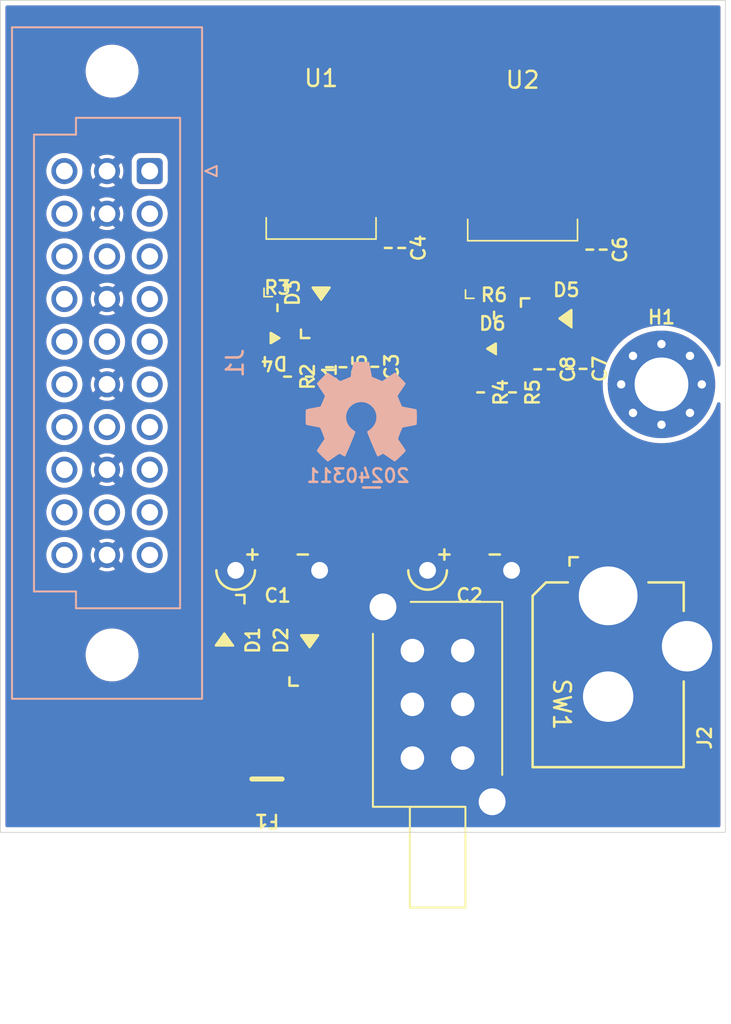
<source format=kicad_pcb>
(kicad_pcb (version 20221018) (generator pcbnew)
  (layers (0 "F.Cu" signal) (31 "B.Cu" signal) (34 "B.Paste" user) (35 "F.Paste" user) (36 "B.SilkS" user "B.Silkscreen") (37 "F.SilkS" user "F.Silkscreen") (38 "B.Mask" user) (39 "F.Mask" user) (44 "Edge.Cuts" user))
  (net 0 "")
  (net 1 "GND")
  (net 2 "/+aV")
  (net 3 "/+5V")
  (net 16 "/-aV")
  (net 17 "/xV")
  (net 26 "/DC1p")
  (net 27 "/DC1n")
  (net 28 "Net-(D4-A)")
  (net 29 "Net-(D6-K)")
  (net 30 "/AC1_PHASE")
  (net 31 "Net-(SW1-SW1_C1)")
  (net 32 "/AC_PHASE1_IN")
  (net 33 "/AC_NEUT_IN")
  (footprint "SquantorDiodes:SOD-323-nexperia-hand" (layer "F.Cu") (at 156 83.6 180)
    (fp_text reference "D4" (at 0 -1.5 180 unlocked) (layer "F.SilkS") (effects (font (size 0.8 0.8))))
    (fp_text value "D")
    (fp_poly (pts (xy -0.3 0) (xy 0.2 -0.3) (xy 0.2 0.3)) (stroke (width 0.15)) (fill solid) (layer "F.SilkS"))
    (pad "1" smd roundrect (at -1.05 0 180) (size 0.8 0.8) (layers "F.Cu" "F.Paste" "F.Mask") (roundrect_rratio 0.2) (net 2 "/+aV"))
    (pad "2" smd roundrect (at 1.05 0 180) (size 0.8 0.8) (layers "F.Cu" "F.Paste" "F.Mask") (roundrect_rratio 0.2) (net 28 "Net-(D4-A)"))
  )
  (footprint "SquantorIC:TO-252_D-PAK_IRF" (layer "F.Cu") (at 158.8 72.6375)
    (fp_text reference "U1" (at 0 -4.5 unlocked) (layer "F.SilkS"))
    (fp_text value "LM317")
    (fp_line (start -3.4 8) (end -3.4 8.5) (stroke (width 0.1)) (layer "F.SilkS"))
    (fp_line (start -3.4 8.5) (end -2.9 8.5) (stroke (width 0.1)) (layer "F.SilkS"))
    (fp_line (start -3.27 5.07) (end -3.27 3.8) (stroke (width 0.1)) (layer "F.SilkS"))
    (fp_line (start 3.27 5.07) (end -3.27 5.07) (stroke (width 0.1)) (layer "F.SilkS"))
    (fp_line (start 3.27 5.07) (end 3.27 3.8) (stroke (width 0.1)) (layer "F.SilkS"))
    (pad "1" smd roundrect (at -2.3 6.9) (size 1.5 2.5) (layers "F.Cu" "F.Paste" "F.Mask") (roundrect_rratio 0.1) (net 28 "Net-(D4-A)"))
    (pad "2" smd roundrect (at 0 0) (size 7 7) (layers "F.Cu" "F.Paste" "F.Mask") (roundrect_rratio 0.02857142857) (net 2 "/+aV"))
    (pad "3" smd roundrect (at 2.3 6.9) (size 1.5 2.5) (layers "F.Cu" "F.Paste" "F.Mask") (roundrect_rratio 0.1) (net 26 "/DC1p"))
  )
  (footprint "SquantorResistor:R_0603_hand" (layer "F.Cu") (at 170.2 86.8375 -90)
    (fp_text reference "R5" (at 0 -1.2 -90) (layer "F.SilkS") (effects (font (size 0.8 0.8))))
    (fp_text value "R")
    (fp_line (start 0 -0.2) (end 0 0.2) (stroke (width 0.15)) (layer "F.SilkS"))
    (pad "1" smd roundrect (at -0.85 0 270) (size 0.7 0.9) (layers "F.Cu" "F.Paste" "F.Mask") (roundrect_rratio 0.1428571429) (net 29 "Net-(D6-K)"))
    (pad "2" smd roundrect (at 0.85 0 270) (size 0.7 0.9) (layers "F.Cu" "F.Paste" "F.Mask") (roundrect_rratio 0.1428571429) (net 1 "GND"))
  )
  (footprint "SquantorResistor:R_0603_hand" (layer "F.Cu") (at 168.3 86.8375 -90)
    (fp_text reference "R4" (at 0 -1.2 -90) (layer "F.SilkS") (effects (font (size 0.8 0.8))))
    (fp_text value "R")
    (fp_line (start 0 -0.2) (end 0 0.2) (stroke (width 0.15)) (layer "F.SilkS"))
    (pad "1" smd roundrect (at -0.85 0 270) (size 0.7 0.9) (layers "F.Cu" "F.Paste" "F.Mask") (roundrect_rratio 0.1428571429) (net 29 "Net-(D6-K)"))
    (pad "2" smd roundrect (at 0.85 0 270) (size 0.7 0.9) (layers "F.Cu" "F.Paste" "F.Mask") (roundrect_rratio 0.1428571429) (net 1 "GND"))
  )
  (footprint "SquantorResistor:R_0603_hand" (layer "F.Cu") (at 156.2 81.8)
    (fp_text reference "R3" (at 0 -1.2) (layer "F.SilkS") (effects (font (size 0.8 0.8))))
    (fp_text value "240")
    (fp_line (start 0 -0.2) (end 0 0.2) (stroke (width 0.15)) (layer "F.SilkS"))
    (pad "1" smd roundrect (at -0.85 0) (size 0.7 0.9) (layers "F.Cu" "F.Paste" "F.Mask") (roundrect_rratio 0.1428571429) (net 28 "Net-(D4-A)"))
    (pad "2" smd roundrect (at 0.85 0) (size 0.7 0.9) (layers "F.Cu" "F.Paste" "F.Mask") (roundrect_rratio 0.1428571429) (net 2 "/+aV"))
  )
  (footprint "SquantorConnectors:BarrelJack_Horizontal_Holed" (layer "F.Cu") (at 175.895 98.95 90)
    (fp_text reference "J2" (at -8.45 5.75 90) (layer "F.SilkS") (effects (font (size 0.8 0.8))))
    (fp_text value "Jack-DC")
    (fp_line (start -10.2 -4.5) (end 0 -4.5) (stroke (width 0.15)) (layer "F.SilkS"))
    (fp_line (start -10.2 4.5) (end -10.2 -4.5) (stroke (width 0.15)) (layer "F.SilkS"))
    (fp_line (start -5.1 4.5) (end -10.2 4.5) (stroke (width 0.15)) (layer "F.SilkS"))
    (fp_line (start 0 -4.5) (end 0.8 -3.7) (stroke (width 0.15)) (layer "F.SilkS"))
    (fp_line (start 0.8 -3.7) (end 0.8 -2.4) (stroke (width 0.15)) (layer "F.SilkS"))
    (fp_line (start 0.8 2.4) (end 0.8 4.5) (stroke (width 0.15)) (layer "F.SilkS"))
    (fp_line (start 0.8 4.5) (end -0.9 4.5) (stroke (width 0.15)) (layer "F.SilkS"))
    (fp_line (start 2.3 -2.3) (end 1.8 -2.3) (stroke (width 0.15)) (layer "F.SilkS"))
    (fp_line (start 2.3 -2.3) (end 2.3 -1.8) (stroke (width 0.15)) (layer "F.SilkS"))
    (pad "1" thru_hole rect (at 0 0 90) (size 4 4) (drill 3.5) (layers "*.Cu" "*.Mask") (net 32 "/AC_PHASE1_IN"))
    (pad "2" thru_hole roundrect (at -6 0 90) (size 3.54 3.5) (drill 3) (layers "*.Cu" "*.Mask") (net 33 "/AC_NEUT_IN"))
    (pad "3" thru_hole roundrect (at -3 4.7 90) (size 3.5 3.5) (drill 3) (layers "*.Cu" "*.Mask"))
  )
  (footprint "SquantorCapacitor:C-050-100-elco-lying" (layer "F.Cu") (at 156.21 97.4325)
    (fp_text reference "C1" (at 0 1.5 unlocked) (layer "F.SilkS") (effects (font (size 0.8 0.8))))
    (fp_text value "100uF")
    (fp_text user "-" (at 1.5 -1 unlocked) (layer "F.SilkS") (effects (font (size 0.8 0.8))))
    (fp_text user "+" (at -1.5 -1 unlocked) (layer "F.SilkS") (effects (font (size 0.8 0.8))))
    (fp_arc (start -1.35 0) (mid -2.5 1.15) (end -3.65 0) (stroke (width 0.15)) (layer "F.SilkS"))
    (pad "1" thru_hole circle (at -2.5 0) (size 1.5 1.5) (drill 1) (layers "*.Cu" "*.Mask") (net 26 "/DC1p"))
    (pad "2" thru_hole circle (at 2.5 0) (size 1.5 1.5) (drill 1) (layers "*.Cu" "*.Mask") (net 1 "GND"))
  )
  (footprint "SquantorResistor:R_0603_hand" (layer "F.Cu") (at 156.8 85.9 -90)
    (fp_text reference "R2" (at 0 -1.2 -90) (layer "F.SilkS") (effects (font (size 0.8 0.8))))
    (fp_text value "R")
    (fp_line (start 0 -0.2) (end 0 0.2) (stroke (width 0.15)) (layer "F.SilkS"))
    (pad "1" smd roundrect (at -0.85 0 270) (size 0.7 0.9) (layers "F.Cu" "F.Paste" "F.Mask") (roundrect_rratio 0.1428571429) (net 28 "Net-(D4-A)"))
    (pad "2" smd roundrect (at 0.85 0 270) (size 0.7 0.9) (layers "F.Cu" "F.Paste" "F.Mask") (roundrect_rratio 0.1428571429) (net 1 "GND"))
  )
  (footprint "SquantorDiodes:SOD-123F-hand" (layer "F.Cu") (at 158.8 80.9 90)
    (fp_text reference "D3" (at 0 -1.7 90) (layer "F.SilkS") (effects (font (size 0.8 0.8))))
    (fp_text value "D")
    (fp_line (start -2.7 -1.2) (end -2.7 -0.7) (stroke (width 0.15)) (layer "F.SilkS"))
    (fp_line (start -2.7 -1.2) (end -2.2 -1.2) (stroke (width 0.15)) (layer "F.SilkS"))
    (fp_poly (pts (xy 0.3 0.5) (xy 0.3 -0.5) (xy -0.4 0)) (stroke (width 0.15)) (fill solid) (layer "F.SilkS"))
    (pad "1" smd roundrect (at -1.58 0 90) (size 1.64 1.8) (layers "F.Cu" "F.Paste" "F.Mask") (roundrect_rratio 0.2) (net 26 "/DC1p"))
    (pad "2" smd roundrect (at 1.58 0 90) (size 1.64 1.8) (layers "F.Cu" "F.Paste" "F.Mask") (roundrect_rratio 0.2) (net 2 "/+aV"))
  )
  (footprint "SquantorResistor:R_0603_hand" (layer "F.Cu") (at 169.1 82.2375)
    (fp_text reference "R6" (at 0 -1.2) (layer "F.SilkS") (effects (font (size 0.8 0.8))))
    (fp_text value "240")
    (fp_line (start 0 -0.2) (end 0 0.2) (stroke (width 0.15)) (layer "F.SilkS"))
    (pad "1" smd roundrect (at -0.85 0) (size 0.7 0.9) (layers "F.Cu" "F.Paste" "F.Mask") (roundrect_rratio 0.1428571429) (net 29 "Net-(D6-K)"))
    (pad "2" smd roundrect (at 0.85 0) (size 0.7 0.9) (layers "F.Cu" "F.Paste" "F.Mask") (roundrect_rratio 0.1428571429) (net 16 "/-aV"))
  )
  (footprint "SquantorRcl:F_1812-bourns" (layer "F.Cu") (at 155.575 109.855 180)
    (fp_text reference "F1" (at 0 -2.5 180 unlocked) (layer "F.SilkS") (effects (font (size 0.8 0.8))))
    (fp_text value "Fuse")
    (fp_line (start -0.9 0) (end 0.9 0) (stroke (width 0.3)) (layer "F.SilkS"))
    (pad "1" smd roundrect (at -2.1 0 180) (size 1.5 3.2) (layers "F.Cu" "F.Paste" "F.Mask") (roundrect_rratio 0.2) (net 31 "Net-(SW1-SW1_C1)"))
    (pad "2" smd roundrect (at 2.1 0 180) (size 1.5 3.2) (layers "F.Cu" "F.Paste" "F.Mask") (roundrect_rratio 0.2) (net 1 "GND"))
  )
  (footprint "SquantorCapacitor:C_0805+0603" (layer "F.Cu") (at 172.1 85.4625 -90)
    (fp_text reference "C8" (at 0 -1.4 90) (layer "F.SilkS") (effects (font (size 0.8 0.8))))
    (fp_text value "10u")
    (fp_line (start 0 -0.6) (end 0 -0.2) (stroke (width 0.15)) (layer "F.SilkS"))
    (fp_line (start 0 0.6) (end 0 0.2) (stroke (width 0.15)) (layer "F.SilkS"))
    (pad "1" smd roundrect (at -0.925 0 270) (size 1.15 1.35) (layers "F.Cu" "F.Paste" "F.Mask") (roundrect_rratio 0.2) (net 29 "Net-(D6-K)"))
    (pad "2" smd roundrect (at 0.925 0 270) (size 1.15 1.35) (layers "F.Cu" "F.Paste" "F.Mask") (roundrect_rratio 0.2) (net 1 "GND"))
  )
  (footprint "SquantorCapacitor:C_0805+0603" (layer "F.Cu") (at 174 85.4375 -90)
    (fp_text reference "C7" (at 0 -1.4 90) (layer "F.SilkS") (effects (font (size 0.8 0.8))))
    (fp_text value "1u")
    (fp_line (start 0 -0.6) (end 0 -0.2) (stroke (width 0.15)) (layer "F.SilkS"))
    (fp_line (start 0 0.6) (end 0 0.2) (stroke (width 0.15)) (layer "F.SilkS"))
    (pad "1" smd roundrect (at -0.925 0 270) (size 1.15 1.35) (layers "F.Cu" "F.Paste" "F.Mask") (roundrect_rratio 0.2) (net 16 "/-aV"))
    (pad "2" smd roundrect (at 0.925 0 270) (size 1.15 1.35) (layers "F.Cu" "F.Paste" "F.Mask") (roundrect_rratio 0.2) (net 1 "GND"))
  )
  (footprint "SquantorCapacitor:C_0805+0603" (layer "F.Cu") (at 161.6 85.3125 -90)
    (fp_text reference "C3" (at 0 -1.4 90) (layer "F.SilkS") (effects (font (size 0.8 0.8))))
    (fp_text value "1u")
    (fp_line (start 0 -0.6) (end 0 -0.2) (stroke (width 0.15)) (layer "F.SilkS"))
    (fp_line (start 0 0.6) (end 0 0.2) (stroke (width 0.15)) (layer "F.SilkS"))
    (pad "1" smd roundrect (at -0.925 0 270) (size 1.15 1.35) (layers "F.Cu" "F.Paste" "F.Mask") (roundrect_rratio 0.2) (net 26 "/DC1p"))
    (pad "2" smd roundrect (at 0.925 0 270) (size 1.15 1.35) (layers "F.Cu" "F.Paste" "F.Mask") (roundrect_rratio 0.2) (net 1 "GND"))
  )
  (footprint "SquantorResistor:R_0603_hand" (layer "F.Cu") (at 158.1 85.9 -90)
    (fp_text reference "R1" (at 0 -1.2 -90) (layer "F.SilkS") (effects (font (size 0.8 0.8))))
    (fp_text value "R")
    (fp_line (start 0 -0.2) (end 0 0.2) (stroke (width 0.15)) (layer "F.SilkS"))
    (pad "1" smd roundrect (at -0.85 0 270) (size 0.7 0.9) (layers "F.Cu" "F.Paste" "F.Mask") (roundrect_rratio 0.1428571429) (net 28 "Net-(D4-A)"))
    (pad "2" smd roundrect (at 0.85 0 270) (size 0.7 0.9) (layers "F.Cu" "F.Paste" "F.Mask") (roundrect_rratio 0.1428571429) (net 1 "GND"))
  )
  (footprint "SquantorCapacitor:C-050-100-elco-lying" (layer "F.Cu") (at 167.64 97.4325)
    (fp_text reference "C2" (at 0 1.5 unlocked) (layer "F.SilkS") (effects (font (size 0.8 0.8))))
    (fp_text value "100uF")
    (fp_text user "-" (at 1.5 -1 unlocked) (layer "F.SilkS") (effects (font (size 0.8 0.8))))
    (fp_text user "+" (at -1.5 -1 unlocked) (layer "F.SilkS") (effects (font (size 0.8 0.8))))
    (fp_arc (start -1.35 0) (mid -2.5 1.15) (end -3.65 0) (stroke (width 0.15)) (layer "F.SilkS"))
    (pad "1" thru_hole circle (at -2.5 0) (size 1.5 1.5) (drill 1) (layers "*.Cu" "*.Mask") (net 1 "GND"))
    (pad "2" thru_hole circle (at 2.5 0) (size 1.5 1.5) (drill 1) (layers "*.Cu" "*.Mask") (net 27 "/DC1n"))
  )
  (footprint "SquantorCapacitor:C_0805+0603" (layer "F.Cu") (at 159.7 85.3375 -90)
    (fp_text reference "C5" (at 0 -1.4 90) (layer "F.SilkS") (effects (font (size 0.8 0.8))))
    (fp_text value "10u")
    (fp_line (start 0 -0.6) (end 0 -0.2) (stroke (width 0.15)) (layer "F.SilkS"))
    (fp_line (start 0 0.6) (end 0 0.2) (stroke (width 0.15)) (layer "F.SilkS"))
    (pad "1" smd roundrect (at -0.925 0 270) (size 1.15 1.35) (layers "F.Cu" "F.Paste" "F.Mask") (roundrect_rratio 0.2) (net 28 "Net-(D4-A)"))
    (pad "2" smd roundrect (at 0.925 0 270) (size 1.15 1.35) (layers "F.Cu" "F.Paste" "F.Mask") (roundrect_rratio 0.2) (net 1 "GND"))
  )
  (footprint "SquantorDiodes:SOD-123F-hand" (layer "F.Cu") (at 173.4 82.4375)
    (fp_text reference "D5" (at 0 -1.7) (layer "F.SilkS") (effects (font (size 0.8 0.8))))
    (fp_text value "D")
    (fp_line (start -2.7 -1.2) (end -2.7 -0.7) (stroke (width 0.15)) (layer "F.SilkS"))
    (fp_line (start -2.7 -1.2) (end -2.2 -1.2) (stroke (width 0.15)) (layer "F.SilkS"))
    (fp_poly (pts (xy 0.3 0.5) (xy 0.3 -0.5) (xy -0.4 0)) (stroke (width 0.15)) (fill solid) (layer "F.SilkS"))
    (pad "1" smd roundrect (at -1.58 0) (size 1.64 1.8) (layers "F.Cu" "F.Paste" "F.Mask") (roundrect_rratio 0.2) (net 16 "/-aV"))
    (pad "2" smd roundrect (at 1.58 0) (size 1.64 1.8) (layers "F.Cu" "F.Paste" "F.Mask") (roundrect_rratio 0.2) (net 27 "/DC1n"))
  )
  (footprint "SquantorCapacitor:C_0805+0603" (layer "F.Cu") (at 175.2 78.3375 -90)
    (fp_text reference "C6" (at 0 -1.4 90) (layer "F.SilkS") (effects (font (size 0.8 0.8))))
    (fp_text value "1u")
    (fp_line (start 0 -0.6) (end 0 -0.2) (stroke (width 0.15)) (layer "F.SilkS"))
    (fp_line (start 0 0.6) (end 0 0.2) (stroke (width 0.15)) (layer "F.SilkS"))
    (pad "1" smd roundrect (at -0.925 0 270) (size 1.15 1.35) (layers "F.Cu" "F.Paste" "F.Mask") (roundrect_rratio 0.2) (net 27 "/DC1n"))
    (pad "2" smd roundrect (at 0.925 0 270) (size 1.15 1.35) (layers "F.Cu" "F.Paste" "F.Mask") (roundrect_rratio 0.2) (net 1 "GND"))
  )
  (footprint "SquantorSwitches:PS-22F02" (layer "F.Cu") (at 165.735 105.41 -90)
    (fp_text reference "SW1" (at 0 -7.4 -90 unlocked) (layer "F.SilkS"))
    (fp_text value "switch_DPDT")
    (fp_line (start -6.1 1.6) (end -6.1 -3.85) (stroke (width 0.12)) (layer "F.SilkS"))
    (fp_line (start -4.2 3.85) (end 6.1 3.85) (stroke (width 0.12)) (layer "F.SilkS"))
    (fp_line (start 4.2 -3.85) (end -6.1 -3.85) (stroke (width 0.12)) (layer "F.SilkS"))
    (fp_line (start 6.1 -1.6) (end 6.1 3.85) (stroke (width 0.12)) (layer "F.SilkS"))
    (fp_rect (start 6.1 1.65) (end 12.1 -1.66) (stroke (width 0.12)) (fill none) (layer "F.SilkS"))
    (pad "1" thru_hole rect (at -3.2 -1.5 270) (size 2 2) (drill 1.4) (layers "*.Cu" "*.Mask"))
    (pad "2" thru_hole circle (at 0 -1.5 270) (size 2 2) (drill 1.4) (layers "*.Cu" "*.Mask") (net 31 "Net-(SW1-SW1_C1)"))
    (pad "3" thru_hole circle (at 3.2 -1.5 270) (size 2 2) (drill 1.4) (layers "*.Cu" "*.Mask") (net 33 "/AC_NEUT_IN"))
    (pad "4" thru_hole circle (at 3.2 1.5 270) (size 2 2) (drill 1.4) (layers "*.Cu" "*.Mask") (net 32 "/AC_PHASE1_IN"))
    (pad "5" thru_hole circle (at 0 1.5 270) (size 2 2) (drill 1.4) (layers "*.Cu" "*.Mask") (net 30 "/AC1_PHASE"))
    (pad "6" thru_hole circle (at -3.2 1.5 270) (size 2 2) (drill 1.4) (layers "*.Cu" "*.Mask"))
    (pad "S" thru_hole circle (at -5.8 3.25 270) (size 2.5 2.5) (drill 1.6) (layers "*.Cu" "*.Mask"))
    (pad "S" thru_hole circle (at 5.8 -3.25 270) (size 2.5 2.5) (drill 1.6) (layers "*.Cu" "*.Mask"))
  )
  (footprint "SquantorDiodes:SOD-323-nexperia-hand" (layer "F.Cu") (at 169 84.2375)
    (fp_text reference "D6" (at 0 -1.5 unlocked) (layer "F.SilkS") (effects (font (size 0.8 0.8))))
    (fp_text value "D")
    (fp_poly (pts (xy -0.3 0) (xy 0.2 -0.3) (xy 0.2 0.3)) (stroke (width 0.15)) (fill solid) (layer "F.SilkS"))
    (pad "1" smd roundrect (at -1.05 0) (size 0.8 0.8) (layers "F.Cu" "F.Paste" "F.Mask") (roundrect_rratio 0.2) (net 29 "Net-(D6-K)"))
    (pad "2" smd roundrect (at 1.05 0) (size 0.8 0.8) (layers "F.Cu" "F.Paste" "F.Mask") (roundrect_rratio 0.2) (net 16 "/-aV"))
  )
  (footprint "SquantorIC:TO-252_D-PAK_IRF" (layer "F.Cu") (at 170.8 72.7375)
    (fp_text reference "U2" (at 0 -4.5 unlocked) (layer "F.SilkS"))
    (fp_text value "LM337")
    (fp_line (start -3.4 8) (end -3.4 8.5) (stroke (width 0.1)) (layer "F.SilkS"))
    (fp_line (start -3.4 8.5) (end -2.9 8.5) (stroke (width 0.1)) (layer "F.SilkS"))
    (fp_line (start -3.27 5.07) (end -3.27 3.8) (stroke (width 0.1)) (layer "F.SilkS"))
    (fp_line (start 3.27 5.07) (end -3.27 5.07) (stroke (width 0.1)) (layer "F.SilkS"))
    (fp_line (start 3.27 5.07) (end 3.27 3.8) (stroke (width 0.1)) (layer "F.SilkS"))
    (pad "1" smd roundrect (at -2.3 6.9) (size 1.5 2.5) (layers "F.Cu" "F.Paste" "F.Mask") (roundrect_rratio 0.1) (net 29 "Net-(D6-K)"))
    (pad "2" smd roundrect (at 0 0) (size 7 7) (layers "F.Cu" "F.Paste" "F.Mask") (roundrect_rratio 0.02857142857) (net 27 "/DC1n"))
    (pad "3" smd roundrect (at 2.3 6.9) (size 1.5 2.5) (layers "F.Cu" "F.Paste" "F.Mask") (roundrect_rratio 0.1) (net 16 "/-aV"))
  )
  (footprint "SquantorPcbOutline:MountingHole_3.2mm_M3_Pad_Via" (layer "F.Cu") (at 179.07 86.36)
    (fp_text reference "H1" (at 0 -4) (layer "F.SilkS") (effects (font (size 0.8 0.8))))
    (fp_text value "MountingHole")
    (pad "1" thru_hole circle (at -2.4 0) (size 0.9 0.9) (drill 0.5) (layers "*.Cu" "*.Mask"))
    (pad "1" thru_hole circle (at -1.697056 -1.697056) (size 0.9 0.9) (drill 0.5) (layers "*.Cu" "*.Mask"))
    (pad "1" thru_hole circle (at -1.697056 1.697056) (size 0.9 0.9) (drill 0.5) (layers "*.Cu" "*.Mask"))
    (pad "1" thru_hole circle (at 0 -2.4) (size 0.9 0.9) (drill 0.5) (layers "*.Cu" "*.Mask"))
    (pad "1" thru_hole circle (at 0 0) (size 6.4 6.4) (drill 3.2) (layers "*.Cu" "*.Mask"))
    (pad "1" thru_hole circle (at 0 2.4) (size 0.9 0.9) (drill 0.5) (layers "*.Cu" "*.Mask"))
    (pad "1" thru_hole circle (at 1.697056 -1.697056) (size 0.9 0.9) (drill 0.5) (layers "*.Cu" "*.Mask"))
    (pad "1" thru_hole circle (at 1.697056 1.697056) (size 0.9 0.9) (drill 0.5) (layers "*.Cu" "*.Mask"))
    (pad "1" thru_hole circle (at 2.4 0) (size 0.9 0.9) (drill 0.5) (layers "*.Cu" "*.Mask"))
  )
  (footprint "SquantorDiodes:SOD-123F-hand" (layer "F.Cu") (at 153.035 101.6 -90)
    (fp_text reference "D1" (at 0 -1.7 90) (layer "F.SilkS") (effects (font (size 0.8 0.8))))
    (fp_text value "D")
    (fp_line (start -2.7 -1.2) (end -2.7 -0.7) (stroke (width 0.15)) (layer "F.SilkS"))
    (fp_line (start -2.7 -1.2) (end -2.2 -1.2) (stroke (width 0.15)) (layer "F.SilkS"))
    (fp_poly (pts (xy 0.3 0.5) (xy 0.3 -0.5) (xy -0.4 0)) (stroke (width 0.15)) (fill solid) (layer "F.SilkS"))
    (pad "1" smd roundrect (at -1.58 0 270) (size 1.64 1.8) (layers "F.Cu" "F.Paste" "F.Mask") (roundrect_rratio 0.2) (net 26 "/DC1p"))
    (pad "2" smd roundrect (at 1.58 0 270) (size 1.64 1.8) (layers "F.Cu" "F.Paste" "F.Mask") (roundrect_rratio 0.2) (net 30 "/AC1_PHASE"))
  )
  (footprint "SquantorCapacitor:C_0805+0603" (layer "F.Cu") (at 163.2 78.2375 -90)
    (fp_text reference "C4" (at 0 -1.4 90) (layer "F.SilkS") (effects (font (size 0.8 0.8))))
    (fp_text value "1u")
    (fp_line (start 0 -0.6) (end 0 -0.2) (stroke (width 0.15)) (layer "F.SilkS"))
    (fp_line (start 0 0.6) (end 0 0.2) (stroke (width 0.15)) (layer "F.SilkS"))
    (pad "1" smd roundrect (at -0.925 0 270) (size 1.15 1.35) (layers "F.Cu" "F.Paste" "F.Mask") (roundrect_rratio 0.2) (net 2 "/+aV"))
    (pad "2" smd roundrect (at 0.925 0 270) (size 1.15 1.35) (layers "F.Cu" "F.Paste" "F.Mask") (roundrect_rratio 0.2) (net 1 "GND"))
  )
  (footprint "SquantorDiodes:SOD-123F-hand" (layer "F.Cu") (at 158.115 101.6 90)
    (fp_text reference "D2" (at 0 -1.7 90) (layer "F.SilkS") (effects (font (size 0.8 0.8))))
    (fp_text value "D")
    (fp_line (start -2.7 -1.2) (end -2.7 -0.7) (stroke (width 0.15)) (layer "F.SilkS"))
    (fp_line (start -2.7 -1.2) (end -2.2 -1.2) (stroke (width 0.15)) (layer "F.SilkS"))
    (fp_poly (pts (xy 0.3 0.5) (xy 0.3 -0.5) (xy -0.4 0)) (stroke (width 0.15)) (fill solid) (layer "F.SilkS"))
    (pad "1" smd roundrect (at -1.58 0 90) (size 1.64 1.8) (layers "F.Cu" "F.Paste" "F.Mask") (roundrect_rratio 0.2) (net 30 "/AC1_PHASE"))
    (pad "2" smd roundrect (at 1.58 0 90) (size 1.64 1.8) (layers "F.Cu" "F.Paste" "F.Mask") (roundrect_rratio 0.2) (net 27 "/DC1n"))
  )
  (footprint "SquantorLabels:Label_Generic" (layer "B.Cu") (at 161.8 91.9 180)
    (fp_text reference "N1" hide)
    (fp_text value "20240311" (at 0.8 0.1) (layer "B.SilkS") (effects (font (size 0.8 0.8)) (justify mirror)))
    (fp_line (start -0.5 -0.6) (end 0.5 -0.6) (stroke (width 0.15)) (layer "B.SilkS"))
  )
  (footprint "Symbol:OSHW-Symbol_6.7x6mm_SilkScreen" (layer "B.Cu") (at 161.2 88 180)
    (fp_text reference "N2" hide)
    (fp_text value "OHWLOGO" hide)
    (fp_poly (pts (xy 0.555814 2.531069) (xy 0.639635 2.086445) (xy 0.94892 1.958947) (xy 1.258206 1.831449) (xy 1.629246 2.083754) (xy 1.733157 2.154004) (xy 1.827087 2.216728) (xy 1.906652 2.269062) (xy 1.96747 2.308143) (xy 2.005157 2.331107) (xy 2.015421 2.336058) (xy 2.03391 2.323324) (xy 2.07342 2.288118) (xy 2.129522 2.234938) (xy 2.197787 2.168282) (xy 2.273786 2.092646) (xy 2.353092 2.012528) (xy 2.431275 1.932426) (xy 2.503907 1.856836) (xy 2.566559 1.790255) (xy 2.614803 1.737182) (xy 2.64421 1.702113) (xy 2.651241 1.690377) (xy 2.641123 1.66874) (xy 2.612759 1.621338) (xy 2.569129 1.552807) (xy 2.513218 1.467785) (xy 2.448006 1.370907) (xy 2.410219 1.31565) (xy 2.341343 1.214752) (xy 2.28014 1.123701) (xy 2.229578 1.04703) (xy 2.192628 0.989272) (xy 2.172258 0.954957) (xy 2.169197 0.947746) (xy 2.176136 0.927252) (xy 2.195051 0.879487) (xy 2.223087 0.811168) (xy 2.257391 0.729011) (xy 2.295109 0.63973) (xy 2.333387 0.550042) (xy 2.36937 0.466662) (xy 2.400206 0.396306) (xy 2.423039 0.34569) (xy 2.435017 0.321529) (xy 2.435724 0.320578) (xy 2.454531 0.315964) (xy 2.504618 0.305672) (xy 2.580793 0.290713) (xy 2.677865 0.272099) (xy 2.790643 0.250841) (xy 2.856442 0.238582) (xy 2.97695 0.215638) (xy 3.085797 0.193805) (xy 3.177476 0.174278) (xy 3.246481 0.158252) (xy 3.287304 0.146921) (xy 3.295511 0.143326) (xy 3.303548 0.118994) (xy 3.310033 0.064041) (xy 3.31497 -0.015108) (xy 3.318364 -0.112026) (xy 3.320218 -0.220287) (xy 3.320538 -0.333465) (xy 3.319327 -0.445135) (xy 3.31659 -0.548868) (xy 3.312331 -0.638241) (xy 3.306555 -0.706826) (xy 3.299267 -0.748197) (xy 3.294895 -0.75681) (xy 3.268764 -0.767133) (xy 3.213393 -0.781892) (xy 3.136107 -0.799352) (xy 3.04423 -0.81778) (xy 3.012158 -0.823741) (xy 2.857524 -0.852066) (xy 2.735375 -0.874876) (xy 2.641673 -0.89308) (xy 2.572384 -0.907583) (xy 2.523471 -0.919292) (xy 2.490897 -0.929115) (xy 2.470628 -0.937956) (xy 2.458626 -0.946724) (xy 2.456947 -0.948457) (xy 2.440184 -0.976371) (xy 2.414614 -1.030695) (xy 2.382788 -1.104777) (xy 2.34726 -1.191965) (xy 2.310583 -1.285608) (xy 2.275311 -1.379052) (xy 2.243996 -1.465647) (xy 2.219193 -1.53874) (xy 2.203454 -1.591678) (xy 2.199332 -1.617811) (xy 2.199676 -1.618726) (xy 2.213641 -1.640086) (xy 2.245322 -1.687084) (xy 2.291391 -1.754827) (xy 2.348518 -1.838423) (xy 2.413373 -1.932982) (xy 2.431843 -1.959854) (xy 2.497699 -2.057275) (xy 2.55565 -2.146163) (xy 2.602538 -2.221412) (xy 2.635207 -2.27792) (xy 2.6505 -2.310581) (xy 2.651241 -2.314593) (xy 2.638392 -2.335684) (xy 2.602888 -2.377464) (xy 2.549293 -2.435445) (xy 2.482171 -2.505135) (xy 2.406087 -2.582045) (xy 2.325604 -2.661683) (xy 2.245287 -2.739561) (xy 2.169699 -2.811186) (xy 2.103405 -2.87207) (xy 2.050969 -2.917721) (xy 2.016955 -2.94365) (xy 2.007545 -2.947883) (xy 1.985643 -2.937912) (xy 1.9408 -2.91102) (xy 1.880321 -2.871736) (xy 1.833789 -2.840117) (xy 1.749475 -2.782098) (xy 1.649626 -2.713784) (xy 1.549473 -2.645579) (xy 1.495627 -2.609075) (xy 1.313371 -2.4858) (xy 1.160381 -2.56852) (xy 1.090682 -2.604759) (xy 1.031414 -2.632926) (xy 0.991311 -2.648991) (xy 0.981103 -2.651226) (xy 0.968829 -2.634722) (xy 0.944613 -2.588082) (xy 0.910263 -2.515609) (xy 0.867588 -2.421606) (xy 0.818394 -2.310374) (xy 0.76449 -2.186215) (xy 0.707684 -2.053432) (xy 0.649782 -1.916327) (xy 0.592593 -1.779202) (xy 0.537924 -1.646358) (xy 0.487584 -1.522098) (xy 0.44338 -1.410725) (xy 0.407119 -1.316539) (xy 0.380609 -1.243844) (xy 0.365658 -1.196941) (xy 0.363254 -1.180833) (xy 0.382311 -1.160286) (xy 0.424036 -1.126933) (xy 0.479706 -1.087702) (xy 0.484378 -1.084599) (xy 0.628264 -0.969423) (xy 0.744283 -0.835053) (xy 0.83143 -0.685784) (xy 0.888699 -0.525913) (xy 0.915086 -0.359737) (xy 0.909585 -0.191552) (xy 0.87119 -0.025655) (xy 0.798895 0.133658) (xy 0.777626 0.168513) (xy 0.666996 0.309263) (xy 0.536302 0.422286) (xy 0.390064 0.506997) (xy 0.232808 0.562806) (xy 0.069057 0.589126) (xy -0.096667 0.58537) (xy -0.259838 0.55095) (xy -0.415935 0.485277) (xy -0.560433 0.387765) (xy -0.605131 0.348187) (xy -0.718888 0.224297) (xy -0.801782 0.093876) (xy -0.858644 -0.052315) (xy -0.890313 -0.197088) (xy -0.898131 -0.35986) (xy -0.872062 -0.52344) (xy -0.814755 -0.682298) (xy -0.728856 -0.830906) (xy -0.617014 -0.963735) (xy -0.481877 -1.075256) (xy -0.464117 -1.087011) (xy -0.40785 -1.125508) (xy -0.365077 -1.158863) (xy -0.344628 -1.18016) (xy -0.344331 -1.180833) (xy -0.348721 -1.203871) (xy -0.366124 -1.256157) (xy -0.394732 -1.33339) (xy -0.432735 -1.431268) (xy -0.478326 -1.545491) (xy -0.529697 -1.671758) (xy -0.585038 -1.805767) (xy -0.642542 -1.943218) (xy -0.700399 -2.079808) (xy -0.756802 -2.211237) (xy -0.809942 -2.333205) (xy -0.85801 -2.441409) (xy -0.899199 -2.531549) (xy -0.931699 -2.599323) (xy -0.953703 -2.64043) (xy -0.962564 -2.651226) (xy -0.98964 -2.642819) (xy -1.040303 -2.620272) (xy -1.105817 -2.587613) (xy -1.141841 -2.56852) (xy -1.294832 -2.4858) (xy -1.477088 -2.609075) (xy -1.570125 -2.672228) (xy -1.671985 -2.741727) (xy -1.767438 -2.807165) (xy -1.81525 -2.840117) (xy -1.882495 -2.885273) (xy -1.939436 -2.921057) (xy -1.978646 -2.942938) (xy -1.991381 -2.947563) (xy -2.009917 -2.935085) (xy -2.050941 -2.900252) (xy -2.110475 -2.846678) (xy -2.184542 -2.777983) (xy -2.269165 -2.697781) (xy -2.322685 -2.646286) (xy -2.416319 -2.554286) (xy -2.497241 -2.471999) (xy -2.562177 -2.402945) (xy -2.607858 -2.350644) (xy -2.631011 -2.318616) (xy -2.633232 -2.312116) (xy -2.622924 -2.287394) (xy -2.594439 -2.237405) (xy -2.550937 -2.167212) (xy -2.495577 -2.081875) (xy -2.43152 -1.986456) (xy -2.413303 -1.959854) (xy -2.346927 -1.863167) (xy -2.287378 -1.776117) (xy -2.237984 -1.703595) (xy -2.202075 -1.650493) (xy -2.182981 -1.621703) (xy -2.181136 -1.618726) (xy -2.183895 -1.595782) (xy -2.198538 -1.545336) (xy -2.222513 -1.474041) (xy -2.253266 -1.388547) (xy -2.288244 -1.295507) (xy -2.324893 -1.201574) (xy -2.360661 -1.113399) (xy -2.392994 -1.037634) (xy -2.419338 -0.980931) (xy -2.437142 -0.949943) (xy -2.438407 -0.948457) (xy -2.449294 -0.939601) (xy -2.467682 -0.930843) (xy -2.497606 -0.921277) (xy -2.543103 -0.909996) (xy -2.608209 -0.896093) (xy -2.696961 -0.878663) (xy -2.813393 -0.856798) (xy -2.961542 -0.829591) (xy -2.993618 -0.823741) (xy -3.088686 -0.805374) (xy -3.171565 -0.787405) (xy -3.23493 -0.771569) (xy -3.271458 -0.7596) (xy -3.276356 -0.75681) (xy -3.284427 -0.732072) (xy -3.290987 -0.67679) (xy -3.296033 -0.597389) (xy -3.299559 -0.500296) (xy -3.301561 -0.391938) (xy -3.302036 -0.27874) (xy -3.300977 -0.167128) (xy -3.298382 -0.063529) (xy -3.294246 0.025632) (xy -3.288563 0.093928) (xy -3.281331 0.134934) (xy -3.276971 0.143326) (xy -3.252698 0.151792) (xy -3.197426 0.165565) (xy -3.116662 0.18345) (xy -3.015912 0.204252) (xy -2.900683 0.226777) (xy -2.837902 0.238582) (xy -2.718787 0.260849) (xy -2.612565 0.281021) (xy -2.524427 0.298085) (xy -2.459566 0.311031) (xy -2.423174 0.318845) (xy -2.417184 0.320578) (xy -2.407061 0.34011) (xy -2.385662 0.387157) (xy -2.355839 0.454997) (xy -2.320445 0.536909) (xy -2.282332 0.626172) (xy -2.244353 0.716065) (xy -2.20936 0.799865) (xy -2.180206 0.870853) (xy -2.159743 0.922306) (xy -2.150823 0.947503) (xy -2.150657 0.948604) (xy -2.160769 0.968481) (xy -2.189117 1.014223) (xy -2.232723 1.081283) (xy -2.288606 1.165116) (xy -2.353787 1.261174) (xy -2.391679 1.31635) (xy -2.460725 1.417519) (xy -2.52205 1.50937) (xy -2.572663 1.587256) (xy -2.609571 1.646531) (xy -2.629782 1.682549) (xy -2.632701 1.690623) (xy -2.620153 1.709416) (xy -2.585463 1.749543) (xy -2.533063 1.806507) (xy -2.467384 1.875815) (xy -2.392856 1.952969) (xy -2.313913 2.033475) (xy -2.234983 2.112837) (xy -2.1605 2.18656) (xy -2.094894 2.250148) (xy -2.042596 2.299106) (xy -2.008039 2.328939) (xy -1.996478 2.336058) (xy -1.977654 2.326047) (xy -1.932631 2.297922) (xy -1.865787 2.254546) (xy -1.781499 2.198782) (xy -1.684144 2.133494) (xy -1.610707 2.083754) (xy -1.239667 1.831449) (xy -0.621095 2.086445) (xy -0.537275 2.531069) (xy -0.453454 2.975693) (xy 0.471994 2.975693) (xy 0.555814 2.531069)) (stroke (width 0.01)) (fill solid) (layer "B.SilkS"))
  )
  (footprint "SquantorConnectors:DIN41612_R3_3x10_Male_Vertical_THT" (layer "B.Cu") (at 146.05 85.09 -90)
    (fp_text reference "J1" (at 0 -7.62 90) (layer "B.SilkS") (effects (justify mirror)))
    (fp_text value "~")
    (fp_line (start -19.99 -5.66) (end -19.99 5.66) (stroke (width 0.12)) (layer "B.SilkS"))
    (fp_line (start -19.99 5.66) (end 19.99 5.66) (stroke (width 0.12)) (layer "B.SilkS"))
    (fp_line (start -14.6 -4.35) (end -14.6 1.85) (stroke (width 0.12)) (layer "B.SilkS"))
    (fp_line (start -14.6 1.85) (end -13.6 1.85) (stroke (width 0.12)) (layer "B.SilkS"))
    (fp_line (start -13.6 1.85) (end -13.6 4.35) (stroke (width 0.12)) (layer "B.SilkS"))
    (fp_line (start -13.6 4.35) (end 13.6 4.35) (stroke (width 0.12)) (layer "B.SilkS"))
    (fp_line (start -11.73 -6.53) (end -11.13 -6.53) (stroke (width 0.12)) (layer "B.SilkS"))
    (fp_line (start -11.43 -5.85) (end -11.73 -6.53) (stroke (width 0.12)) (layer "B.SilkS"))
    (fp_line (start -11.13 -6.53) (end -11.43 -5.85) (stroke (width 0.12)) (layer "B.SilkS"))
    (fp_line (start 13.6 1.85) (end 14.6 1.85) (stroke (width 0.12)) (layer "B.SilkS"))
    (fp_line (start 13.6 4.35) (end 13.6 1.85) (stroke (width 0.12)) (layer "B.SilkS"))
    (fp_line (start 14.6 -4.35) (end -14.6 -4.35) (stroke (width 0.12)) (layer "B.SilkS"))
    (fp_line (start 14.6 1.85) (end 14.6 -4.35) (stroke (width 0.12)) (layer "B.SilkS"))
    (fp_line (start 19.99 -5.66) (end -19.99 -5.66) (stroke (width 0.12)) (layer "B.SilkS"))
    (fp_line (start 19.99 5.66) (end 19.99 -5.66) (stroke (width 0.12)) (layer "B.SilkS"))
    (pad "" np_thru_hole circle (at -17.38 -0.3 180) (size 2.85 2.85) (drill 2.85) (layers "*.Cu" "*.Mask"))
    (pad "" np_thru_hole circle (at 17.38 -0.3 180) (size 2.85 2.85) (drill 2.85) (layers "*.Cu" "*.Mask"))
    (pad "A1" thru_hole roundrect (at -11.43 -2.54 180) (size 1.55 1.55) (drill 1) (layers "*.Cu" "*.Mask") (roundrect_rratio 0.16129) (net 2 "/+aV"))
    (pad "A2" thru_hole circle (at -8.89 -2.54 180) (size 1.55 1.55) (drill 1) (layers "*.Cu" "*.Mask") (net 3 "/+5V"))
    (pad "A3" thru_hole circle (at -6.35 -2.54 180) (size 1.55 1.55) (drill 1) (layers "*.Cu" "*.Mask"))
    (pad "A4" thru_hole circle (at -3.81 -2.54 180) (size 1.55 1.55) (drill 1) (layers "*.Cu" "*.Mask"))
    (pad "A5" thru_hole circle (at -1.27 -2.54 180) (size 1.55 1.55) (drill 1) (layers "*.Cu" "*.Mask"))
    (pad "A6" thru_hole circle (at 1.27 -2.54 180) (size 1.55 1.55) (drill 1) (layers "*.Cu" "*.Mask"))
    (pad "A7" thru_hole circle (at 3.81 -2.54 180) (size 1.55 1.55) (drill 1) (layers "*.Cu" "*.Mask"))
    (pad "A8" thru_hole circle (at 6.35 -2.54 180) (size 1.55 1.55) (drill 1) (layers "*.Cu" "*.Mask"))
    (pad "A9" thru_hole circle (at 8.89 -2.54 180) (size 1.55 1.55) (drill 1) (layers "*.Cu" "*.Mask"))
    (pad "A10" thru_hole circle (at 11.43 -2.54 180) (size 1.55 1.55) (drill 1) (layers "*.Cu" "*.Mask"))
    (pad "B1" thru_hole circle (at -11.43 0 180) (size 1.55 1.55) (drill 1) (layers "*.Cu" "*.Mask") (net 1 "GND"))
    (pad "B2" thru_hole circle (at -8.89 0 180) (size 1.55 1.55) (drill 1) (layers "*.Cu" "*.Mask") (net 1 "GND"))
    (pad "B3" thru_hole circle (at -6.35 0 180) (size 1.55 1.55) (drill 1) (layers "*.Cu" "*.Mask"))
    (pad "B4" thru_hole circle (at -3.81 0 180) (size 1.55 1.55) (drill 1) (layers "*.Cu" "*.Mask") (net 1 "GND"))
    (pad "B5" thru_hole circle (at -1.27 0 180) (size 1.55 1.55) (drill 1) (layers "*.Cu" "*.Mask"))
    (pad "B6" thru_hole circle (at 1.27 0 180) (size 1.55 1.55) (drill 1) (layers "*.Cu" "*.Mask") (net 1 "GND"))
    (pad "B7" thru_hole circle (at 3.81 0 180) (size 1.55 1.55) (drill 1) (layers "*.Cu" "*.Mask"))
    (pad "B8" thru_hole circle (at 6.35 0 180) (size 1.55 1.55) (drill 1) (layers "*.Cu" "*.Mask") (net 1 "GND"))
    (pad "B9" thru_hole circle (at 8.89 0 180) (size 1.55 1.55) (drill 1) (layers "*.Cu" "*.Mask"))
    (pad "B10" thru_hole circle (at 11.43 0 180) (size 1.55 1.55) (drill 1) (layers "*.Cu" "*.Mask") (net 1 "GND"))
    (pad "C1" thru_hole circle (at -11.43 2.54 180) (size 1.55 1.55) (drill 1) (layers "*.Cu" "*.Mask") (net 16 "/-aV"))
    (pad "C2" thru_hole circle (at -8.89 2.54 180) (size 1.55 1.55) (drill 1) (layers "*.Cu" "*.Mask") (net 17 "/xV"))
    (pad "C3" thru_hole circle (at -6.35 2.54 180) (size 1.55 1.55) (drill 1) (layers "*.Cu" "*.Mask"))
    (pad "C4" thru_hole circle (at -3.81 2.54 180) (size 1.55 1.55) (drill 1) (layers "*.Cu" "*.Mask"))
    (pad "C5" thru_hole circle (at -1.27 2.54 180) (size 1.55 1.55) (drill 1) (layers "*.Cu" "*.Mask"))
    (pad "C6" thru_hole circle (at 1.27 2.54 180) (size 1.55 1.55) (drill 1) (layers "*.Cu" "*.Mask"))
    (pad "C7" thru_hole circle (at 3.81 2.54 180) (size 1.55 1.55) (drill 1) (layers "*.Cu" "*.Mask"))
    (pad "C8" thru_hole circle (at 6.35 2.54 180) (size 1.55 1.55) (drill 1) (layers "*.Cu" "*.Mask"))
    (pad "C9" thru_hole circle (at 8.89 2.54 180) (size 1.55 1.55) (drill 1) (layers "*.Cu" "*.Mask"))
    (pad "C10" thru_hole circle (at 11.43 2.54 180) (size 1.55 1.55) (drill 1) (layers "*.Cu" "*.Mask"))
  )
  (gr_rect (start 139.7 63.5) (end 182.88 113.03) (stroke (width 0.05)) (fill none) (layer "Edge.Cuts"))
  (zone (net 1) (net_name "GND") (layers "F&B.Cu") (connect_pads (clearance 0.3)) (min_thickness 0.2) (fill yes (thermal_gap 0.2) (thermal_bridge_width 0.5))
    (polygon (pts (xy 139.7 63.5) (xy 182.88 63.5) (xy 182.88 113.03) (xy 139.7 113.03)))
  )
)
</source>
